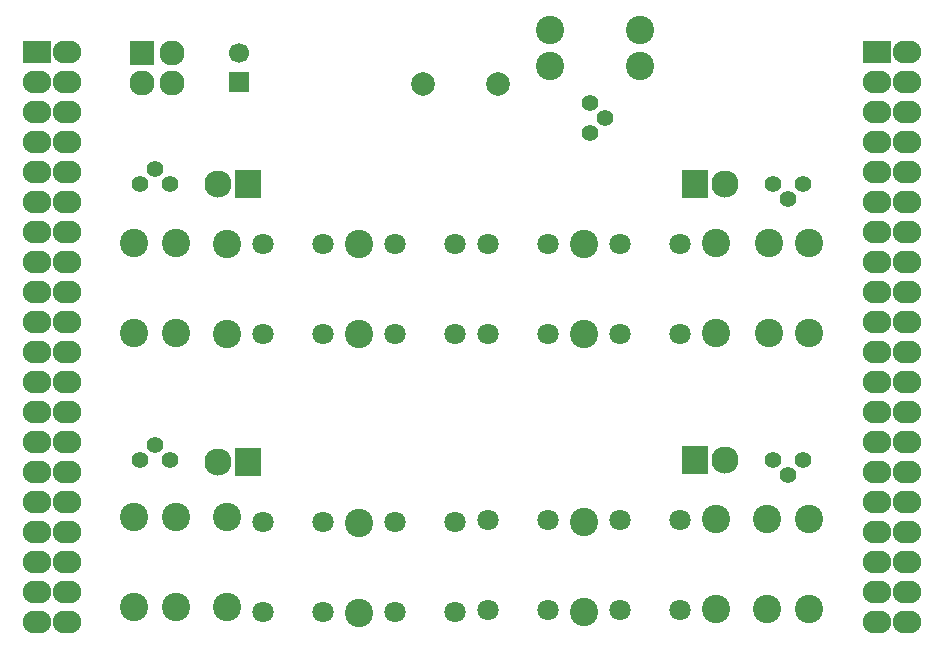
<source format=gbr>
G04 #@! TF.FileFunction,Soldermask,Bot*
%FSLAX46Y46*%
G04 Gerber Fmt 4.6, Leading zero omitted, Abs format (unit mm)*
G04 Created by KiCad (PCBNEW 4.0.2-4+6225~38~ubuntu14.04.1-stable) date mié 20 jul 2016 10:10:09 ART*
%MOMM*%
G01*
G04 APERTURE LIST*
%ADD10C,0.100000*%
%ADD11R,2.127200X2.127200*%
%ADD12O,2.127200X2.127200*%
%ADD13C,2.000200*%
%ADD14R,2.300000X2.400000*%
%ADD15C,2.300000*%
%ADD16C,1.400760*%
%ADD17C,2.398980*%
%ADD18C,1.797000*%
%ADD19R,2.400000X1.924000*%
%ADD20O,2.400000X1.924000*%
%ADD21R,1.700000X1.700000*%
%ADD22C,1.700000*%
G04 APERTURE END LIST*
D10*
D11*
X127007800Y-61542700D03*
D12*
X129547800Y-61542700D03*
X127007800Y-64082700D03*
X129547800Y-64082700D03*
D13*
X157178971Y-64124429D03*
X150828971Y-64124429D03*
D14*
X136017000Y-72644000D03*
D15*
X133477000Y-72644000D03*
D14*
X173863000Y-72644000D03*
D15*
X176403000Y-72644000D03*
D14*
X136017000Y-96139000D03*
D15*
X133477000Y-96139000D03*
D14*
X173863000Y-96012000D03*
D15*
X176403000Y-96012000D03*
D16*
X166243000Y-67056000D03*
X164973000Y-68326000D03*
X164973000Y-65786000D03*
X128143000Y-71374000D03*
X129413000Y-72644000D03*
X126873000Y-72644000D03*
X181737000Y-73914000D03*
X180467000Y-72644000D03*
X183007000Y-72644000D03*
X128143000Y-94742000D03*
X129413000Y-96012000D03*
X126873000Y-96012000D03*
X181737000Y-97282000D03*
X180467000Y-96012000D03*
X183007000Y-96012000D03*
D17*
X134239000Y-85344000D03*
X134239000Y-77724000D03*
X145415000Y-85344000D03*
X145415000Y-77724000D03*
X175641000Y-85217000D03*
X175641000Y-77597000D03*
X164465000Y-85344000D03*
X164465000Y-77724000D03*
X145415000Y-108966000D03*
X145415000Y-101346000D03*
X134239000Y-108458000D03*
X134239000Y-100838000D03*
X175641000Y-108585000D03*
X175641000Y-100965000D03*
X164465000Y-108839000D03*
X164465000Y-101219000D03*
X169164000Y-62611000D03*
X161544000Y-62611000D03*
X169164000Y-59563000D03*
X161544000Y-59563000D03*
X129921000Y-85217000D03*
X129921000Y-77597000D03*
X126365000Y-85217000D03*
X126365000Y-77597000D03*
X180086000Y-85217000D03*
X180086000Y-77597000D03*
X183515000Y-85217000D03*
X183515000Y-77597000D03*
X129921000Y-108458000D03*
X129921000Y-100838000D03*
X126365000Y-108458000D03*
X126365000Y-100838000D03*
X179959000Y-108585000D03*
X179959000Y-100965000D03*
X183515000Y-108585000D03*
X183515000Y-100965000D03*
D18*
X137287000Y-77724000D03*
X142367000Y-77724000D03*
X137287000Y-85344000D03*
X142367000Y-85344000D03*
X148463000Y-77724000D03*
X153543000Y-77724000D03*
X148463000Y-85344000D03*
X153543000Y-85344000D03*
X172593000Y-85344000D03*
X167513000Y-85344000D03*
X172593000Y-77724000D03*
X167513000Y-77724000D03*
X161417000Y-85344000D03*
X156337000Y-85344000D03*
X161417000Y-77724000D03*
X156337000Y-77724000D03*
X148463000Y-101219000D03*
X153543000Y-101219000D03*
X148463000Y-108839000D03*
X153543000Y-108839000D03*
X137287000Y-101219000D03*
X142367000Y-101219000D03*
X137287000Y-108839000D03*
X142367000Y-108839000D03*
X172593000Y-108712000D03*
X167513000Y-108712000D03*
X172593000Y-101092000D03*
X167513000Y-101092000D03*
X161417000Y-108712000D03*
X156337000Y-108712000D03*
X161417000Y-101092000D03*
X156337000Y-101092000D03*
D19*
X189230000Y-61468000D03*
D20*
X191770000Y-61468000D03*
X189230000Y-74168000D03*
X191770000Y-64008000D03*
X189230000Y-76708000D03*
X191770000Y-66548000D03*
X189230000Y-79248000D03*
X191770000Y-69088000D03*
X189230000Y-81788000D03*
X191770000Y-71628000D03*
X189230000Y-84328000D03*
X191770000Y-74168000D03*
X189230000Y-86868000D03*
X191770000Y-76708000D03*
X189230000Y-89408000D03*
X191770000Y-79248000D03*
X189230000Y-91948000D03*
X191770000Y-81788000D03*
X189230000Y-94488000D03*
X191770000Y-84328000D03*
X189230000Y-97028000D03*
X191770000Y-86868000D03*
X189230000Y-99568000D03*
X191770000Y-89408000D03*
X191770000Y-91948000D03*
X189230000Y-102108000D03*
X191770000Y-94488000D03*
X191770000Y-99568000D03*
X191770000Y-102108000D03*
X191770000Y-104648000D03*
X191770000Y-107188000D03*
X189230000Y-104648000D03*
X189230000Y-107188000D03*
X189230000Y-64008000D03*
X189230000Y-66548000D03*
X189230000Y-69088000D03*
X189230000Y-71628000D03*
X189230000Y-109728000D03*
X191770000Y-109728000D03*
X191770000Y-97028000D03*
D19*
X118110000Y-61468000D03*
D20*
X120650000Y-61468000D03*
X118110000Y-64008000D03*
X120650000Y-64008000D03*
X118110000Y-66548000D03*
X120650000Y-66548000D03*
X118110000Y-69088000D03*
X120650000Y-69088000D03*
X118110000Y-71628000D03*
X120650000Y-71628000D03*
X118110000Y-74168000D03*
X120650000Y-74168000D03*
X118110000Y-76708000D03*
X120650000Y-76708000D03*
X118110000Y-79248000D03*
X120650000Y-79248000D03*
X118110000Y-81788000D03*
X120650000Y-81788000D03*
X118110000Y-84328000D03*
X120650000Y-84328000D03*
X118110000Y-86868000D03*
X120650000Y-86868000D03*
X118110000Y-89408000D03*
X120650000Y-89408000D03*
X118110000Y-91948000D03*
X120650000Y-91948000D03*
X118110000Y-94488000D03*
X120650000Y-94488000D03*
X118110000Y-97028000D03*
X120650000Y-97028000D03*
X118110000Y-99568000D03*
X120650000Y-99568000D03*
X118110000Y-102108000D03*
X120650000Y-102108000D03*
X118110000Y-104648000D03*
X120650000Y-104648000D03*
X118110000Y-107188000D03*
X120650000Y-107188000D03*
X118110000Y-109728000D03*
X120650000Y-109728000D03*
D21*
X135255000Y-64008000D03*
D22*
X135255000Y-61508000D03*
M02*

</source>
